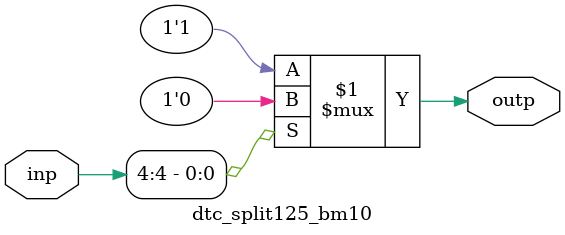
<source format=v>
module dtc_split125_bm10 (
	input  wire [5-1:0] inp,
	output wire [1-1:0] outp
);


	assign outp = (inp[4]) ? 1'b0 : 1'b1;

endmodule
</source>
